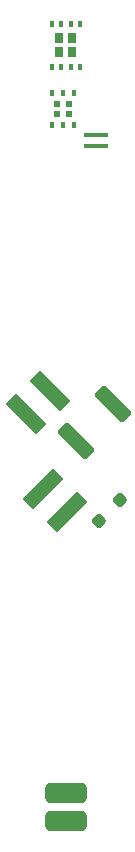
<source format=gbr>
%TF.GenerationSoftware,KiCad,Pcbnew,7.0.9*%
%TF.CreationDate,2024-07-30T16:44:57+08:00*%
%TF.ProjectId,LED,4c45442e-6b69-4636-9164-5f7063625858,rev?*%
%TF.SameCoordinates,Original*%
%TF.FileFunction,Paste,Top*%
%TF.FilePolarity,Positive*%
%FSLAX46Y46*%
G04 Gerber Fmt 4.6, Leading zero omitted, Abs format (unit mm)*
G04 Created by KiCad (PCBNEW 7.0.9) date 2024-07-30 16:44:57*
%MOMM*%
%LPD*%
G01*
G04 APERTURE LIST*
G04 Aperture macros list*
%AMRoundRect*
0 Rectangle with rounded corners*
0 $1 Rounding radius*
0 $2 $3 $4 $5 $6 $7 $8 $9 X,Y pos of 4 corners*
0 Add a 4 corners polygon primitive as box body*
4,1,4,$2,$3,$4,$5,$6,$7,$8,$9,$2,$3,0*
0 Add four circle primitives for the rounded corners*
1,1,$1+$1,$2,$3*
1,1,$1+$1,$4,$5*
1,1,$1+$1,$6,$7*
1,1,$1+$1,$8,$9*
0 Add four rect primitives between the rounded corners*
20,1,$1+$1,$2,$3,$4,$5,0*
20,1,$1+$1,$4,$5,$6,$7,0*
20,1,$1+$1,$6,$7,$8,$9,0*
20,1,$1+$1,$8,$9,$2,$3,0*%
%AMRotRect*
0 Rectangle, with rotation*
0 The origin of the aperture is its center*
0 $1 length*
0 $2 width*
0 $3 Rotation angle, in degrees counterclockwise*
0 Add horizontal line*
21,1,$1,$2,0,0,$3*%
G04 Aperture macros list end*
%ADD10RoundRect,0.100000X-0.950000X0.100000X-0.950000X-0.100000X0.950000X-0.100000X0.950000X0.100000X0*%
%ADD11R,0.770000X0.830000*%
%ADD12R,0.350000X0.630000*%
%ADD13RoundRect,0.250000X0.742462X-1.308148X1.308148X-0.742462X-0.742462X1.308148X-1.308148X0.742462X0*%
%ADD14R,0.450000X0.630000*%
%ADD15R,0.630000X0.480000*%
%ADD16RotRect,1.200000X3.700000X315.000000*%
%ADD17RoundRect,0.437500X1.312500X-0.437500X1.312500X0.437500X-1.312500X0.437500X-1.312500X-0.437500X0*%
%ADD18RotRect,1.200000X3.700000X45.000000*%
%ADD19RoundRect,0.250000X0.000000X0.353553X-0.353553X0.000000X0.000000X-0.353553X0.353553X0.000000X0*%
G04 APERTURE END LIST*
D10*
%TO.C,R1*%
X112500000Y-93100000D03*
X112500000Y-94000000D03*
%TD*%
D11*
%TO.C,U2*%
X110500000Y-84905000D03*
X109395000Y-84905000D03*
X110500000Y-86100000D03*
X109395000Y-86100000D03*
D12*
X111147500Y-83667500D03*
X110347500Y-83667500D03*
X109547500Y-83667500D03*
X108747500Y-83667500D03*
X108747500Y-87337500D03*
X109547500Y-87337500D03*
X110347500Y-87337500D03*
X111147500Y-87337500D03*
%TD*%
D13*
%TO.C,L1*%
X110800000Y-119000000D03*
X113946626Y-115853374D03*
%TD*%
D14*
%TO.C,LM3401*%
X110650000Y-89560000D03*
X109700000Y-89560000D03*
X108750000Y-89560000D03*
X108750000Y-92240000D03*
X109700000Y-92240000D03*
X110650000Y-92240000D03*
D15*
X110225000Y-90500000D03*
X109175000Y-90500000D03*
X110225000Y-91300000D03*
X109175000Y-91300000D03*
%TD*%
D16*
%TO.C,L4*%
X108020102Y-123020102D03*
X110000000Y-125000000D03*
%TD*%
D17*
%TO.C,NV4WB35AM1*%
X109950000Y-148800000D03*
X109950000Y-151200000D03*
%TD*%
D18*
%TO.C,L3*%
X106586228Y-116745127D03*
X108566126Y-114765229D03*
%TD*%
D19*
%TO.C,D1*%
X114500000Y-124000000D03*
X112732234Y-125767766D03*
%TD*%
M02*

</source>
